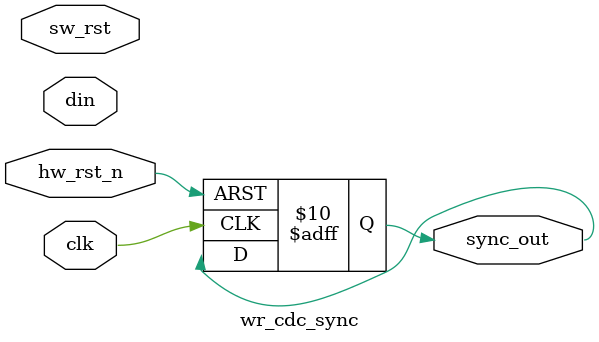
<source format=sv>
`timescale 1ns/1ps

module wr_cdc_sync #(parameter ADDRESS_WIDTH = 0, SYNC_STAGE = 0, SOFT_RESET = 0 )
	(
     output    logic  [ADDRESS_WIDTH:0] sync_out,
     input     logic  [ADDRESS_WIDTH:0] din     ,
     input     logic                    clk     ,
     input     logic                    hw_rst_n   ,
     input     logic                    sw_rst
    );
	 
	 	

logic [ADDRESS_WIDTH:0] q1,q2;

always_ff @( posedge clk or negedge hw_rst_n)
begin
	if (!hw_rst_n)
	begin
	    q1          <= ({ADDRESS_WIDTH{1'b0}});
        q2          <= ({ADDRESS_WIDTH{1'b0}});
	    sync_out    <= ({ADDRESS_WIDTH{1'b0}});
    end
    else 
        if (sw_rst && (SOFT_RESET == 2 || SOFT_RESET == 3) )
    begin
	    q1          <= ({ADDRESS_WIDTH{1'b0}});
        q2          <= ({ADDRESS_WIDTH{1'b0}});
   	    sync_out    <= ({ADDRESS_WIDTH{1'b0}});
    end

	else 
        if (SYNC_STAGE == 2)
	begin
    	q1          <= din;
	    sync_out    <= q1 ;
    end
    else 
        if (SYNC_STAGE == 3)
	begin
	    q1          <= din;
        q2          <= q1 ;
	    sync_out    <= q2 ;
    end
end

endmodule




</source>
